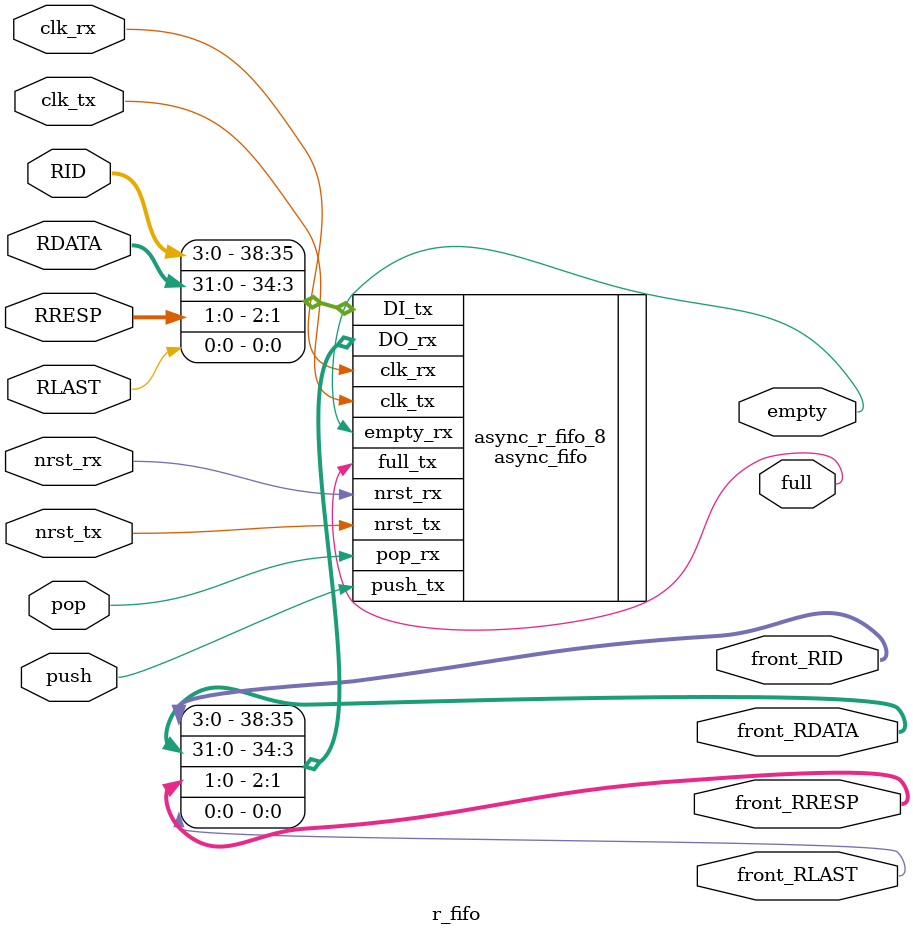
<source format=sv>
module r_fifo
//Parameters
#(
    //XBar Setup
    parameter ID_WIDTH = 4,
    parameter DATA_WIDTH = 32,

    parameter pending_depth = 8
)
//Ports
(
    //Global Signal
    input clk_tx,
    input clk_rx,
    input nrst_tx,
    input nrst_rx,

    //AXI Ports
    input [ID_WIDTH-1:0]        RID,
    input [DATA_WIDTH-1:0]      RDATA,
    input [1:0]                 RRESP,
    input                       RLAST,

    //FIFO Control
    input                       push,
    input                       pop,
    output                      full,
    output                      empty,
    
    //Content
    output [ID_WIDTH-1:0]        front_RID,
    output [DATA_WIDTH-1:0]      front_RDATA,
    output [1:0]                 front_RRESP,
    output                       front_RLAST
);
//Instantiate async_fifo
async_fifo #(
    .DATA_WIDTH(ID_WIDTH + DATA_WIDTH + 2 + 1),
    .pointer_width($clog2(pending_depth))
) async_r_fifo_8 (
    //Clock
    .clk_tx(clk_tx),
    .clk_rx(clk_rx),
    //Reset
    .nrst_tx(nrst_tx),
    .nrst_rx(nrst_rx),

    //Data Operation
    .push_tx(push),
    .pop_rx(pop),
    .DI_tx({RID, RDATA, RRESP, RLAST}),
    .DO_rx({front_RID, front_RDATA, front_RRESP, front_RLAST}),
    .full_tx(full),
    .empty_rx(empty)
);
endmodule

</source>
